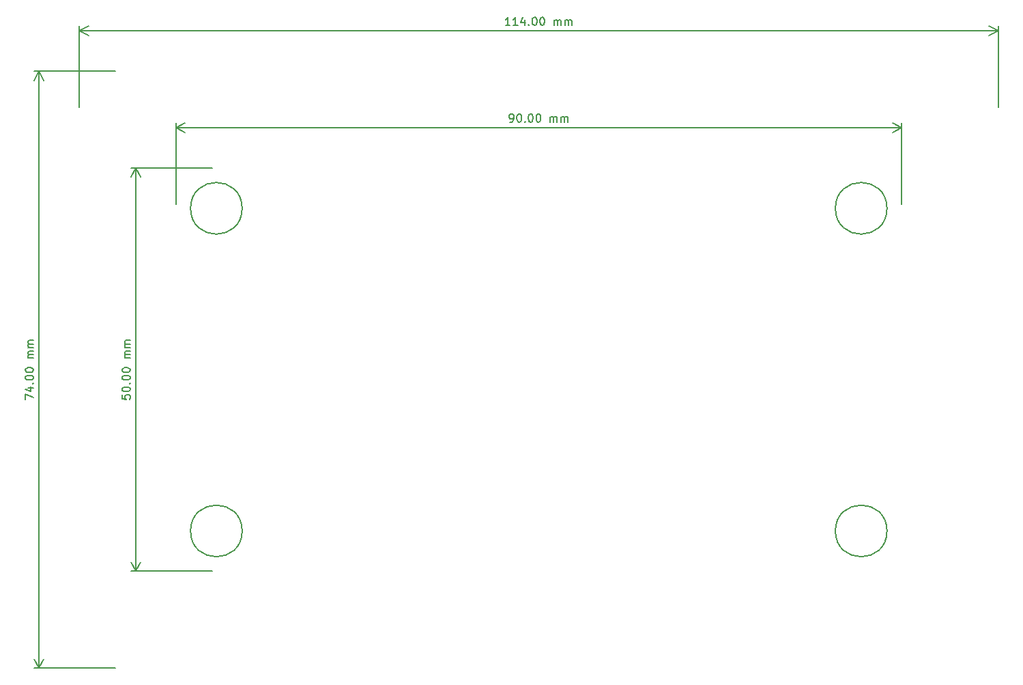
<source format=gbr>
%TF.GenerationSoftware,KiCad,Pcbnew,7.0.10*%
%TF.CreationDate,2024-07-30T22:38:02+09:00*%
%TF.ProjectId,Latch-Circuit,4c617463-682d-4436-9972-637569742e6b,rev?*%
%TF.SameCoordinates,Original*%
%TF.FileFunction,Other,Comment*%
%FSLAX46Y46*%
G04 Gerber Fmt 4.6, Leading zero omitted, Abs format (unit mm)*
G04 Created by KiCad (PCBNEW 7.0.10) date 2024-07-30 22:38:02*
%MOMM*%
%LPD*%
G01*
G04 APERTURE LIST*
%ADD10C,0.150000*%
G04 APERTURE END LIST*
D10*
X41428572Y5695180D02*
X41619048Y5695180D01*
X41619048Y5695180D02*
X41714286Y5742800D01*
X41714286Y5742800D02*
X41761905Y5790419D01*
X41761905Y5790419D02*
X41857143Y5933276D01*
X41857143Y5933276D02*
X41904762Y6123752D01*
X41904762Y6123752D02*
X41904762Y6504704D01*
X41904762Y6504704D02*
X41857143Y6599942D01*
X41857143Y6599942D02*
X41809524Y6647561D01*
X41809524Y6647561D02*
X41714286Y6695180D01*
X41714286Y6695180D02*
X41523810Y6695180D01*
X41523810Y6695180D02*
X41428572Y6647561D01*
X41428572Y6647561D02*
X41380953Y6599942D01*
X41380953Y6599942D02*
X41333334Y6504704D01*
X41333334Y6504704D02*
X41333334Y6266609D01*
X41333334Y6266609D02*
X41380953Y6171371D01*
X41380953Y6171371D02*
X41428572Y6123752D01*
X41428572Y6123752D02*
X41523810Y6076133D01*
X41523810Y6076133D02*
X41714286Y6076133D01*
X41714286Y6076133D02*
X41809524Y6123752D01*
X41809524Y6123752D02*
X41857143Y6171371D01*
X41857143Y6171371D02*
X41904762Y6266609D01*
X42523810Y6695180D02*
X42619048Y6695180D01*
X42619048Y6695180D02*
X42714286Y6647561D01*
X42714286Y6647561D02*
X42761905Y6599942D01*
X42761905Y6599942D02*
X42809524Y6504704D01*
X42809524Y6504704D02*
X42857143Y6314228D01*
X42857143Y6314228D02*
X42857143Y6076133D01*
X42857143Y6076133D02*
X42809524Y5885657D01*
X42809524Y5885657D02*
X42761905Y5790419D01*
X42761905Y5790419D02*
X42714286Y5742800D01*
X42714286Y5742800D02*
X42619048Y5695180D01*
X42619048Y5695180D02*
X42523810Y5695180D01*
X42523810Y5695180D02*
X42428572Y5742800D01*
X42428572Y5742800D02*
X42380953Y5790419D01*
X42380953Y5790419D02*
X42333334Y5885657D01*
X42333334Y5885657D02*
X42285715Y6076133D01*
X42285715Y6076133D02*
X42285715Y6314228D01*
X42285715Y6314228D02*
X42333334Y6504704D01*
X42333334Y6504704D02*
X42380953Y6599942D01*
X42380953Y6599942D02*
X42428572Y6647561D01*
X42428572Y6647561D02*
X42523810Y6695180D01*
X43285715Y5790419D02*
X43333334Y5742800D01*
X43333334Y5742800D02*
X43285715Y5695180D01*
X43285715Y5695180D02*
X43238096Y5742800D01*
X43238096Y5742800D02*
X43285715Y5790419D01*
X43285715Y5790419D02*
X43285715Y5695180D01*
X43952381Y6695180D02*
X44047619Y6695180D01*
X44047619Y6695180D02*
X44142857Y6647561D01*
X44142857Y6647561D02*
X44190476Y6599942D01*
X44190476Y6599942D02*
X44238095Y6504704D01*
X44238095Y6504704D02*
X44285714Y6314228D01*
X44285714Y6314228D02*
X44285714Y6076133D01*
X44285714Y6076133D02*
X44238095Y5885657D01*
X44238095Y5885657D02*
X44190476Y5790419D01*
X44190476Y5790419D02*
X44142857Y5742800D01*
X44142857Y5742800D02*
X44047619Y5695180D01*
X44047619Y5695180D02*
X43952381Y5695180D01*
X43952381Y5695180D02*
X43857143Y5742800D01*
X43857143Y5742800D02*
X43809524Y5790419D01*
X43809524Y5790419D02*
X43761905Y5885657D01*
X43761905Y5885657D02*
X43714286Y6076133D01*
X43714286Y6076133D02*
X43714286Y6314228D01*
X43714286Y6314228D02*
X43761905Y6504704D01*
X43761905Y6504704D02*
X43809524Y6599942D01*
X43809524Y6599942D02*
X43857143Y6647561D01*
X43857143Y6647561D02*
X43952381Y6695180D01*
X44904762Y6695180D02*
X45000000Y6695180D01*
X45000000Y6695180D02*
X45095238Y6647561D01*
X45095238Y6647561D02*
X45142857Y6599942D01*
X45142857Y6599942D02*
X45190476Y6504704D01*
X45190476Y6504704D02*
X45238095Y6314228D01*
X45238095Y6314228D02*
X45238095Y6076133D01*
X45238095Y6076133D02*
X45190476Y5885657D01*
X45190476Y5885657D02*
X45142857Y5790419D01*
X45142857Y5790419D02*
X45095238Y5742800D01*
X45095238Y5742800D02*
X45000000Y5695180D01*
X45000000Y5695180D02*
X44904762Y5695180D01*
X44904762Y5695180D02*
X44809524Y5742800D01*
X44809524Y5742800D02*
X44761905Y5790419D01*
X44761905Y5790419D02*
X44714286Y5885657D01*
X44714286Y5885657D02*
X44666667Y6076133D01*
X44666667Y6076133D02*
X44666667Y6314228D01*
X44666667Y6314228D02*
X44714286Y6504704D01*
X44714286Y6504704D02*
X44761905Y6599942D01*
X44761905Y6599942D02*
X44809524Y6647561D01*
X44809524Y6647561D02*
X44904762Y6695180D01*
X46428572Y5695180D02*
X46428572Y6361847D01*
X46428572Y6266609D02*
X46476191Y6314228D01*
X46476191Y6314228D02*
X46571429Y6361847D01*
X46571429Y6361847D02*
X46714286Y6361847D01*
X46714286Y6361847D02*
X46809524Y6314228D01*
X46809524Y6314228D02*
X46857143Y6218990D01*
X46857143Y6218990D02*
X46857143Y5695180D01*
X46857143Y6218990D02*
X46904762Y6314228D01*
X46904762Y6314228D02*
X47000000Y6361847D01*
X47000000Y6361847D02*
X47142857Y6361847D01*
X47142857Y6361847D02*
X47238096Y6314228D01*
X47238096Y6314228D02*
X47285715Y6218990D01*
X47285715Y6218990D02*
X47285715Y5695180D01*
X47761905Y5695180D02*
X47761905Y6361847D01*
X47761905Y6266609D02*
X47809524Y6314228D01*
X47809524Y6314228D02*
X47904762Y6361847D01*
X47904762Y6361847D02*
X48047619Y6361847D01*
X48047619Y6361847D02*
X48142857Y6314228D01*
X48142857Y6314228D02*
X48190476Y6218990D01*
X48190476Y6218990D02*
X48190476Y5695180D01*
X48190476Y6218990D02*
X48238095Y6314228D01*
X48238095Y6314228D02*
X48333333Y6361847D01*
X48333333Y6361847D02*
X48476190Y6361847D01*
X48476190Y6361847D02*
X48571429Y6314228D01*
X48571429Y6314228D02*
X48619048Y6218990D01*
X48619048Y6218990D02*
X48619048Y5695180D01*
X0Y-4500000D02*
X0Y5586420D01*
X90000000Y-4500000D02*
X90000000Y5586420D01*
X0Y5000000D02*
X90000000Y5000000D01*
X0Y5000000D02*
X90000000Y5000000D01*
X0Y5000000D02*
X1126504Y5586421D01*
X0Y5000000D02*
X1126504Y4413579D01*
X90000000Y5000000D02*
X88873496Y4413579D01*
X90000000Y5000000D02*
X88873496Y5586421D01*
X-6695180Y-28142856D02*
X-6695180Y-28619046D01*
X-6695180Y-28619046D02*
X-6218990Y-28666665D01*
X-6218990Y-28666665D02*
X-6266609Y-28619046D01*
X-6266609Y-28619046D02*
X-6314228Y-28523808D01*
X-6314228Y-28523808D02*
X-6314228Y-28285713D01*
X-6314228Y-28285713D02*
X-6266609Y-28190475D01*
X-6266609Y-28190475D02*
X-6218990Y-28142856D01*
X-6218990Y-28142856D02*
X-6123752Y-28095237D01*
X-6123752Y-28095237D02*
X-5885657Y-28095237D01*
X-5885657Y-28095237D02*
X-5790419Y-28142856D01*
X-5790419Y-28142856D02*
X-5742800Y-28190475D01*
X-5742800Y-28190475D02*
X-5695180Y-28285713D01*
X-5695180Y-28285713D02*
X-5695180Y-28523808D01*
X-5695180Y-28523808D02*
X-5742800Y-28619046D01*
X-5742800Y-28619046D02*
X-5790419Y-28666665D01*
X-6695180Y-27476189D02*
X-6695180Y-27380951D01*
X-6695180Y-27380951D02*
X-6647561Y-27285713D01*
X-6647561Y-27285713D02*
X-6599942Y-27238094D01*
X-6599942Y-27238094D02*
X-6504704Y-27190475D01*
X-6504704Y-27190475D02*
X-6314228Y-27142856D01*
X-6314228Y-27142856D02*
X-6076133Y-27142856D01*
X-6076133Y-27142856D02*
X-5885657Y-27190475D01*
X-5885657Y-27190475D02*
X-5790419Y-27238094D01*
X-5790419Y-27238094D02*
X-5742800Y-27285713D01*
X-5742800Y-27285713D02*
X-5695180Y-27380951D01*
X-5695180Y-27380951D02*
X-5695180Y-27476189D01*
X-5695180Y-27476189D02*
X-5742800Y-27571427D01*
X-5742800Y-27571427D02*
X-5790419Y-27619046D01*
X-5790419Y-27619046D02*
X-5885657Y-27666665D01*
X-5885657Y-27666665D02*
X-6076133Y-27714284D01*
X-6076133Y-27714284D02*
X-6314228Y-27714284D01*
X-6314228Y-27714284D02*
X-6504704Y-27666665D01*
X-6504704Y-27666665D02*
X-6599942Y-27619046D01*
X-6599942Y-27619046D02*
X-6647561Y-27571427D01*
X-6647561Y-27571427D02*
X-6695180Y-27476189D01*
X-5790419Y-26714284D02*
X-5742800Y-26666665D01*
X-5742800Y-26666665D02*
X-5695180Y-26714284D01*
X-5695180Y-26714284D02*
X-5742800Y-26761903D01*
X-5742800Y-26761903D02*
X-5790419Y-26714284D01*
X-5790419Y-26714284D02*
X-5695180Y-26714284D01*
X-6695180Y-26047618D02*
X-6695180Y-25952380D01*
X-6695180Y-25952380D02*
X-6647561Y-25857142D01*
X-6647561Y-25857142D02*
X-6599942Y-25809523D01*
X-6599942Y-25809523D02*
X-6504704Y-25761904D01*
X-6504704Y-25761904D02*
X-6314228Y-25714285D01*
X-6314228Y-25714285D02*
X-6076133Y-25714285D01*
X-6076133Y-25714285D02*
X-5885657Y-25761904D01*
X-5885657Y-25761904D02*
X-5790419Y-25809523D01*
X-5790419Y-25809523D02*
X-5742800Y-25857142D01*
X-5742800Y-25857142D02*
X-5695180Y-25952380D01*
X-5695180Y-25952380D02*
X-5695180Y-26047618D01*
X-5695180Y-26047618D02*
X-5742800Y-26142856D01*
X-5742800Y-26142856D02*
X-5790419Y-26190475D01*
X-5790419Y-26190475D02*
X-5885657Y-26238094D01*
X-5885657Y-26238094D02*
X-6076133Y-26285713D01*
X-6076133Y-26285713D02*
X-6314228Y-26285713D01*
X-6314228Y-26285713D02*
X-6504704Y-26238094D01*
X-6504704Y-26238094D02*
X-6599942Y-26190475D01*
X-6599942Y-26190475D02*
X-6647561Y-26142856D01*
X-6647561Y-26142856D02*
X-6695180Y-26047618D01*
X-6695180Y-25095237D02*
X-6695180Y-24999999D01*
X-6695180Y-24999999D02*
X-6647561Y-24904761D01*
X-6647561Y-24904761D02*
X-6599942Y-24857142D01*
X-6599942Y-24857142D02*
X-6504704Y-24809523D01*
X-6504704Y-24809523D02*
X-6314228Y-24761904D01*
X-6314228Y-24761904D02*
X-6076133Y-24761904D01*
X-6076133Y-24761904D02*
X-5885657Y-24809523D01*
X-5885657Y-24809523D02*
X-5790419Y-24857142D01*
X-5790419Y-24857142D02*
X-5742800Y-24904761D01*
X-5742800Y-24904761D02*
X-5695180Y-24999999D01*
X-5695180Y-24999999D02*
X-5695180Y-25095237D01*
X-5695180Y-25095237D02*
X-5742800Y-25190475D01*
X-5742800Y-25190475D02*
X-5790419Y-25238094D01*
X-5790419Y-25238094D02*
X-5885657Y-25285713D01*
X-5885657Y-25285713D02*
X-6076133Y-25333332D01*
X-6076133Y-25333332D02*
X-6314228Y-25333332D01*
X-6314228Y-25333332D02*
X-6504704Y-25285713D01*
X-6504704Y-25285713D02*
X-6599942Y-25238094D01*
X-6599942Y-25238094D02*
X-6647561Y-25190475D01*
X-6647561Y-25190475D02*
X-6695180Y-25095237D01*
X-5695180Y-23571427D02*
X-6361847Y-23571427D01*
X-6266609Y-23571427D02*
X-6314228Y-23523808D01*
X-6314228Y-23523808D02*
X-6361847Y-23428570D01*
X-6361847Y-23428570D02*
X-6361847Y-23285713D01*
X-6361847Y-23285713D02*
X-6314228Y-23190475D01*
X-6314228Y-23190475D02*
X-6218990Y-23142856D01*
X-6218990Y-23142856D02*
X-5695180Y-23142856D01*
X-6218990Y-23142856D02*
X-6314228Y-23095237D01*
X-6314228Y-23095237D02*
X-6361847Y-22999999D01*
X-6361847Y-22999999D02*
X-6361847Y-22857142D01*
X-6361847Y-22857142D02*
X-6314228Y-22761903D01*
X-6314228Y-22761903D02*
X-6218990Y-22714284D01*
X-6218990Y-22714284D02*
X-5695180Y-22714284D01*
X-5695180Y-22238094D02*
X-6361847Y-22238094D01*
X-6266609Y-22238094D02*
X-6314228Y-22190475D01*
X-6314228Y-22190475D02*
X-6361847Y-22095237D01*
X-6361847Y-22095237D02*
X-6361847Y-21952380D01*
X-6361847Y-21952380D02*
X-6314228Y-21857142D01*
X-6314228Y-21857142D02*
X-6218990Y-21809523D01*
X-6218990Y-21809523D02*
X-5695180Y-21809523D01*
X-6218990Y-21809523D02*
X-6314228Y-21761904D01*
X-6314228Y-21761904D02*
X-6361847Y-21666666D01*
X-6361847Y-21666666D02*
X-6361847Y-21523809D01*
X-6361847Y-21523809D02*
X-6314228Y-21428570D01*
X-6314228Y-21428570D02*
X-6218990Y-21380951D01*
X-6218990Y-21380951D02*
X-5695180Y-21380951D01*
X4500000Y0D02*
X-5586420Y0D01*
X4500000Y-50000000D02*
X-5586420Y-50000000D01*
X-5000000Y0D02*
X-5000000Y-50000000D01*
X-5000000Y0D02*
X-5000000Y-50000000D01*
X-5000000Y0D02*
X-4413579Y-1126504D01*
X-5000000Y0D02*
X-5586421Y-1126504D01*
X-5000000Y-50000000D02*
X-5586421Y-48873496D01*
X-5000000Y-50000000D02*
X-4413579Y-48873496D01*
X41428571Y17695180D02*
X40857143Y17695180D01*
X41142857Y17695180D02*
X41142857Y18695180D01*
X41142857Y18695180D02*
X41047619Y18552323D01*
X41047619Y18552323D02*
X40952381Y18457085D01*
X40952381Y18457085D02*
X40857143Y18409466D01*
X42380952Y17695180D02*
X41809524Y17695180D01*
X42095238Y17695180D02*
X42095238Y18695180D01*
X42095238Y18695180D02*
X42000000Y18552323D01*
X42000000Y18552323D02*
X41904762Y18457085D01*
X41904762Y18457085D02*
X41809524Y18409466D01*
X43238095Y18361847D02*
X43238095Y17695180D01*
X43000000Y18742800D02*
X42761905Y18028514D01*
X42761905Y18028514D02*
X43380952Y18028514D01*
X43761905Y17790419D02*
X43809524Y17742800D01*
X43809524Y17742800D02*
X43761905Y17695180D01*
X43761905Y17695180D02*
X43714286Y17742800D01*
X43714286Y17742800D02*
X43761905Y17790419D01*
X43761905Y17790419D02*
X43761905Y17695180D01*
X44428571Y18695180D02*
X44523809Y18695180D01*
X44523809Y18695180D02*
X44619047Y18647561D01*
X44619047Y18647561D02*
X44666666Y18599942D01*
X44666666Y18599942D02*
X44714285Y18504704D01*
X44714285Y18504704D02*
X44761904Y18314228D01*
X44761904Y18314228D02*
X44761904Y18076133D01*
X44761904Y18076133D02*
X44714285Y17885657D01*
X44714285Y17885657D02*
X44666666Y17790419D01*
X44666666Y17790419D02*
X44619047Y17742800D01*
X44619047Y17742800D02*
X44523809Y17695180D01*
X44523809Y17695180D02*
X44428571Y17695180D01*
X44428571Y17695180D02*
X44333333Y17742800D01*
X44333333Y17742800D02*
X44285714Y17790419D01*
X44285714Y17790419D02*
X44238095Y17885657D01*
X44238095Y17885657D02*
X44190476Y18076133D01*
X44190476Y18076133D02*
X44190476Y18314228D01*
X44190476Y18314228D02*
X44238095Y18504704D01*
X44238095Y18504704D02*
X44285714Y18599942D01*
X44285714Y18599942D02*
X44333333Y18647561D01*
X44333333Y18647561D02*
X44428571Y18695180D01*
X45380952Y18695180D02*
X45476190Y18695180D01*
X45476190Y18695180D02*
X45571428Y18647561D01*
X45571428Y18647561D02*
X45619047Y18599942D01*
X45619047Y18599942D02*
X45666666Y18504704D01*
X45666666Y18504704D02*
X45714285Y18314228D01*
X45714285Y18314228D02*
X45714285Y18076133D01*
X45714285Y18076133D02*
X45666666Y17885657D01*
X45666666Y17885657D02*
X45619047Y17790419D01*
X45619047Y17790419D02*
X45571428Y17742800D01*
X45571428Y17742800D02*
X45476190Y17695180D01*
X45476190Y17695180D02*
X45380952Y17695180D01*
X45380952Y17695180D02*
X45285714Y17742800D01*
X45285714Y17742800D02*
X45238095Y17790419D01*
X45238095Y17790419D02*
X45190476Y17885657D01*
X45190476Y17885657D02*
X45142857Y18076133D01*
X45142857Y18076133D02*
X45142857Y18314228D01*
X45142857Y18314228D02*
X45190476Y18504704D01*
X45190476Y18504704D02*
X45238095Y18599942D01*
X45238095Y18599942D02*
X45285714Y18647561D01*
X45285714Y18647561D02*
X45380952Y18695180D01*
X46904762Y17695180D02*
X46904762Y18361847D01*
X46904762Y18266609D02*
X46952381Y18314228D01*
X46952381Y18314228D02*
X47047619Y18361847D01*
X47047619Y18361847D02*
X47190476Y18361847D01*
X47190476Y18361847D02*
X47285714Y18314228D01*
X47285714Y18314228D02*
X47333333Y18218990D01*
X47333333Y18218990D02*
X47333333Y17695180D01*
X47333333Y18218990D02*
X47380952Y18314228D01*
X47380952Y18314228D02*
X47476190Y18361847D01*
X47476190Y18361847D02*
X47619047Y18361847D01*
X47619047Y18361847D02*
X47714286Y18314228D01*
X47714286Y18314228D02*
X47761905Y18218990D01*
X47761905Y18218990D02*
X47761905Y17695180D01*
X48238095Y17695180D02*
X48238095Y18361847D01*
X48238095Y18266609D02*
X48285714Y18314228D01*
X48285714Y18314228D02*
X48380952Y18361847D01*
X48380952Y18361847D02*
X48523809Y18361847D01*
X48523809Y18361847D02*
X48619047Y18314228D01*
X48619047Y18314228D02*
X48666666Y18218990D01*
X48666666Y18218990D02*
X48666666Y17695180D01*
X48666666Y18218990D02*
X48714285Y18314228D01*
X48714285Y18314228D02*
X48809523Y18361847D01*
X48809523Y18361847D02*
X48952380Y18361847D01*
X48952380Y18361847D02*
X49047619Y18314228D01*
X49047619Y18314228D02*
X49095238Y18218990D01*
X49095238Y18218990D02*
X49095238Y17695180D01*
X-12000000Y7500000D02*
X-12000000Y17586420D01*
X102000000Y7500000D02*
X102000000Y17586420D01*
X-12000000Y17000000D02*
X102000000Y17000000D01*
X-12000000Y17000000D02*
X102000000Y17000000D01*
X-12000000Y17000000D02*
X-10873496Y17586421D01*
X-12000000Y17000000D02*
X-10873496Y16413579D01*
X102000000Y17000000D02*
X100873496Y16413579D01*
X102000000Y17000000D02*
X100873496Y17586421D01*
X-18695180Y-28714284D02*
X-18695180Y-28047618D01*
X-18695180Y-28047618D02*
X-17695180Y-28476189D01*
X-18361847Y-27238094D02*
X-17695180Y-27238094D01*
X-18742800Y-27476189D02*
X-18028514Y-27714284D01*
X-18028514Y-27714284D02*
X-18028514Y-27095237D01*
X-17790419Y-26714284D02*
X-17742800Y-26666665D01*
X-17742800Y-26666665D02*
X-17695180Y-26714284D01*
X-17695180Y-26714284D02*
X-17742800Y-26761903D01*
X-17742800Y-26761903D02*
X-17790419Y-26714284D01*
X-17790419Y-26714284D02*
X-17695180Y-26714284D01*
X-18695180Y-26047618D02*
X-18695180Y-25952380D01*
X-18695180Y-25952380D02*
X-18647561Y-25857142D01*
X-18647561Y-25857142D02*
X-18599942Y-25809523D01*
X-18599942Y-25809523D02*
X-18504704Y-25761904D01*
X-18504704Y-25761904D02*
X-18314228Y-25714285D01*
X-18314228Y-25714285D02*
X-18076133Y-25714285D01*
X-18076133Y-25714285D02*
X-17885657Y-25761904D01*
X-17885657Y-25761904D02*
X-17790419Y-25809523D01*
X-17790419Y-25809523D02*
X-17742800Y-25857142D01*
X-17742800Y-25857142D02*
X-17695180Y-25952380D01*
X-17695180Y-25952380D02*
X-17695180Y-26047618D01*
X-17695180Y-26047618D02*
X-17742800Y-26142856D01*
X-17742800Y-26142856D02*
X-17790419Y-26190475D01*
X-17790419Y-26190475D02*
X-17885657Y-26238094D01*
X-17885657Y-26238094D02*
X-18076133Y-26285713D01*
X-18076133Y-26285713D02*
X-18314228Y-26285713D01*
X-18314228Y-26285713D02*
X-18504704Y-26238094D01*
X-18504704Y-26238094D02*
X-18599942Y-26190475D01*
X-18599942Y-26190475D02*
X-18647561Y-26142856D01*
X-18647561Y-26142856D02*
X-18695180Y-26047618D01*
X-18695180Y-25095237D02*
X-18695180Y-24999999D01*
X-18695180Y-24999999D02*
X-18647561Y-24904761D01*
X-18647561Y-24904761D02*
X-18599942Y-24857142D01*
X-18599942Y-24857142D02*
X-18504704Y-24809523D01*
X-18504704Y-24809523D02*
X-18314228Y-24761904D01*
X-18314228Y-24761904D02*
X-18076133Y-24761904D01*
X-18076133Y-24761904D02*
X-17885657Y-24809523D01*
X-17885657Y-24809523D02*
X-17790419Y-24857142D01*
X-17790419Y-24857142D02*
X-17742800Y-24904761D01*
X-17742800Y-24904761D02*
X-17695180Y-24999999D01*
X-17695180Y-24999999D02*
X-17695180Y-25095237D01*
X-17695180Y-25095237D02*
X-17742800Y-25190475D01*
X-17742800Y-25190475D02*
X-17790419Y-25238094D01*
X-17790419Y-25238094D02*
X-17885657Y-25285713D01*
X-17885657Y-25285713D02*
X-18076133Y-25333332D01*
X-18076133Y-25333332D02*
X-18314228Y-25333332D01*
X-18314228Y-25333332D02*
X-18504704Y-25285713D01*
X-18504704Y-25285713D02*
X-18599942Y-25238094D01*
X-18599942Y-25238094D02*
X-18647561Y-25190475D01*
X-18647561Y-25190475D02*
X-18695180Y-25095237D01*
X-17695180Y-23571427D02*
X-18361847Y-23571427D01*
X-18266609Y-23571427D02*
X-18314228Y-23523808D01*
X-18314228Y-23523808D02*
X-18361847Y-23428570D01*
X-18361847Y-23428570D02*
X-18361847Y-23285713D01*
X-18361847Y-23285713D02*
X-18314228Y-23190475D01*
X-18314228Y-23190475D02*
X-18218990Y-23142856D01*
X-18218990Y-23142856D02*
X-17695180Y-23142856D01*
X-18218990Y-23142856D02*
X-18314228Y-23095237D01*
X-18314228Y-23095237D02*
X-18361847Y-22999999D01*
X-18361847Y-22999999D02*
X-18361847Y-22857142D01*
X-18361847Y-22857142D02*
X-18314228Y-22761903D01*
X-18314228Y-22761903D02*
X-18218990Y-22714284D01*
X-18218990Y-22714284D02*
X-17695180Y-22714284D01*
X-17695180Y-22238094D02*
X-18361847Y-22238094D01*
X-18266609Y-22238094D02*
X-18314228Y-22190475D01*
X-18314228Y-22190475D02*
X-18361847Y-22095237D01*
X-18361847Y-22095237D02*
X-18361847Y-21952380D01*
X-18361847Y-21952380D02*
X-18314228Y-21857142D01*
X-18314228Y-21857142D02*
X-18218990Y-21809523D01*
X-18218990Y-21809523D02*
X-17695180Y-21809523D01*
X-18218990Y-21809523D02*
X-18314228Y-21761904D01*
X-18314228Y-21761904D02*
X-18361847Y-21666666D01*
X-18361847Y-21666666D02*
X-18361847Y-21523809D01*
X-18361847Y-21523809D02*
X-18314228Y-21428570D01*
X-18314228Y-21428570D02*
X-18218990Y-21380951D01*
X-18218990Y-21380951D02*
X-17695180Y-21380951D01*
X-7500000Y-62000000D02*
X-17586420Y-62000000D01*
X-7500000Y12000000D02*
X-17586420Y12000000D01*
X-17000000Y-62000000D02*
X-17000000Y12000000D01*
X-17000000Y-62000000D02*
X-17000000Y12000000D01*
X-17000000Y-62000000D02*
X-17586421Y-60873496D01*
X-17000000Y-62000000D02*
X-16413579Y-60873496D01*
X-17000000Y12000000D02*
X-16413579Y10873496D01*
X-17000000Y12000000D02*
X-17586421Y10873496D01*
%TO.C,H4*%
X88200000Y-45000000D02*
G75*
G03*
X81800000Y-45000000I-3200000J0D01*
G01*
X81800000Y-45000000D02*
G75*
G03*
X88200000Y-45000000I3200000J0D01*
G01*
%TO.C,H1*%
X8200000Y-5000000D02*
G75*
G03*
X1800000Y-5000000I-3200000J0D01*
G01*
X1800000Y-5000000D02*
G75*
G03*
X8200000Y-5000000I3200000J0D01*
G01*
%TO.C,H3*%
X8200000Y-45000000D02*
G75*
G03*
X1800000Y-45000000I-3200000J0D01*
G01*
X1800000Y-45000000D02*
G75*
G03*
X8200000Y-45000000I3200000J0D01*
G01*
%TO.C,H2*%
X88200000Y-5000000D02*
G75*
G03*
X81800000Y-5000000I-3200000J0D01*
G01*
X81800000Y-5000000D02*
G75*
G03*
X88200000Y-5000000I3200000J0D01*
G01*
%TD*%
M02*

</source>
